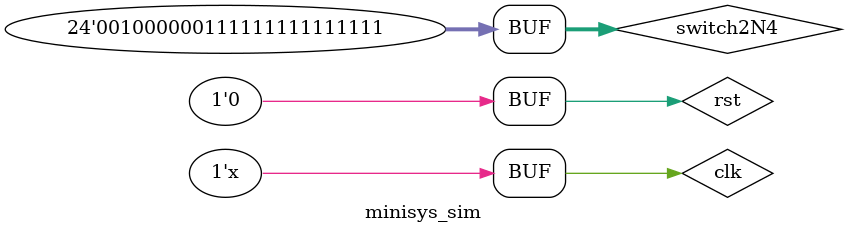
<source format=v>
`timescale 1ns / 1ps


module minisys_sim(
    
    );
    reg clk = 0;
    reg rst = 1;
    reg[23:0] switch2N4 = 24'b001000000111111111111111;
    wire[23:0] led2N4;
    
    minisys u
    (
        .clk(clk),
        .reset(rst),
        .switch_i(switch2N4),
        .ledout(led2N4)
    );
    
    initial begin
        #7000 rst = 0;
    end
    always #10 clk = ~clk;
endmodule

</source>
